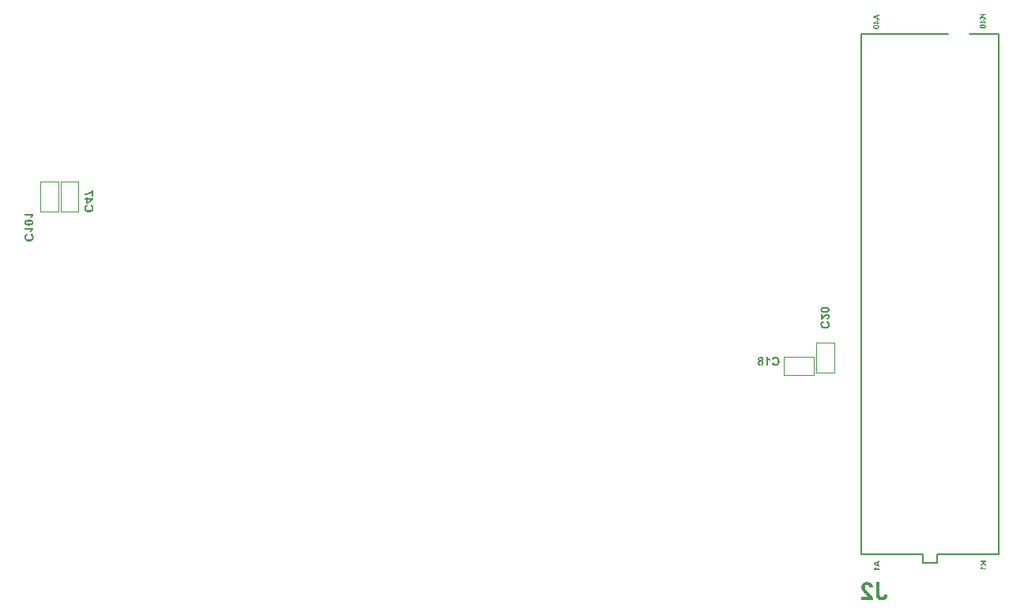
<source format=gbo>
G04 Layer_Color=32896*
%FSLAX43Y43*%
%MOMM*%
G71*
G01*
G75*
%ADD13C,0.200*%
%ADD58C,0.100*%
G36*
X245405Y92425D02*
X245212D01*
X245105Y92322D01*
X245405Y92145D01*
Y91979D01*
X245014Y92232D01*
X244764Y91991D01*
Y92165D01*
X245048Y92425D01*
X244764D01*
Y92555D01*
X245405D01*
Y92425D01*
D02*
G37*
G36*
X245276Y91698D02*
X245405D01*
Y91579D01*
X245276D01*
Y91500D01*
X245169D01*
Y91579D01*
X244762D01*
Y91682D01*
X245170Y91960D01*
X245276D01*
Y91698D01*
D02*
G37*
G36*
X245122Y91440D02*
X245153Y91438D01*
X245181Y91436D01*
X245207Y91432D01*
X245230Y91428D01*
X245251Y91424D01*
X245269Y91418D01*
X245286Y91413D01*
X245301Y91408D01*
X245313Y91402D01*
X245323Y91397D01*
X245331Y91393D01*
X245338Y91389D01*
X245342Y91387D01*
X245345Y91386D01*
X245346Y91385D01*
X245358Y91374D01*
X245369Y91361D01*
X245379Y91349D01*
X245386Y91337D01*
X245393Y91324D01*
X245399Y91311D01*
X245404Y91299D01*
X245408Y91287D01*
X245411Y91276D01*
X245413Y91266D01*
X245415Y91257D01*
X245416Y91249D01*
Y91242D01*
X245417Y91237D01*
Y91234D01*
Y91233D01*
X245416Y91217D01*
X245414Y91200D01*
X245411Y91186D01*
X245406Y91172D01*
X245401Y91159D01*
X245396Y91147D01*
X245390Y91136D01*
X245384Y91126D01*
X245378Y91117D01*
X245372Y91110D01*
X245367Y91104D01*
X245361Y91099D01*
X245357Y91094D01*
X245354Y91091D01*
X245352Y91090D01*
X245351Y91089D01*
X245336Y91078D01*
X245317Y91069D01*
X245298Y91060D01*
X245277Y91052D01*
X245256Y91046D01*
X245234Y91041D01*
X245191Y91033D01*
X245171Y91031D01*
X245151Y91029D01*
X245135Y91028D01*
X245119Y91027D01*
X245108Y91026D01*
X245090D01*
X245057Y91027D01*
X245027Y91029D01*
X244998Y91031D01*
X244972Y91035D01*
X244949Y91040D01*
X244927Y91045D01*
X244909Y91051D01*
X244891Y91057D01*
X244876Y91063D01*
X244864Y91069D01*
X244853Y91073D01*
X244844Y91078D01*
X244838Y91082D01*
X244833Y91085D01*
X244831Y91087D01*
X244830Y91088D01*
X244818Y91099D01*
X244807Y91110D01*
X244798Y91121D01*
X244791Y91133D01*
X244784Y91145D01*
X244779Y91157D01*
X244774Y91169D01*
X244771Y91181D01*
X244768Y91191D01*
X244766Y91201D01*
X244764Y91210D01*
X244763Y91218D01*
X244762Y91225D01*
Y91229D01*
Y91232D01*
Y91233D01*
X244763Y91250D01*
X244765Y91267D01*
X244768Y91281D01*
X244773Y91296D01*
X244778Y91308D01*
X244783Y91320D01*
X244790Y91331D01*
X244795Y91341D01*
X244801Y91349D01*
X244807Y91357D01*
X244813Y91364D01*
X244818Y91369D01*
X244823Y91373D01*
X244826Y91377D01*
X244828Y91378D01*
X244829Y91379D01*
X244844Y91389D01*
X244863Y91399D01*
X244882Y91408D01*
X244903Y91415D01*
X244924Y91421D01*
X244946Y91426D01*
X244989Y91433D01*
X245009Y91436D01*
X245028Y91438D01*
X245044Y91439D01*
X245060Y91440D01*
X245071Y91441D01*
X245089D01*
X245122Y91440D01*
D02*
G37*
G36*
X221306Y55813D02*
X221331Y55811D01*
X221353Y55808D01*
X221373Y55804D01*
X221392Y55798D01*
X221410Y55792D01*
X221426Y55786D01*
X221440Y55779D01*
X221452Y55773D01*
X221464Y55766D01*
X221473Y55760D01*
X221481Y55756D01*
X221487Y55750D01*
X221492Y55747D01*
X221493Y55745D01*
X221495Y55744D01*
X221508Y55731D01*
X221519Y55716D01*
X221530Y55701D01*
X221537Y55687D01*
X221552Y55656D01*
X221560Y55628D01*
X221565Y55603D01*
X221566Y55593D01*
X221568Y55583D01*
X221569Y55576D01*
Y55570D01*
Y55567D01*
Y55565D01*
X221568Y55542D01*
X221565Y55522D01*
X221559Y55501D01*
X221553Y55484D01*
X221547Y55470D01*
X221541Y55459D01*
X221538Y55453D01*
X221537Y55450D01*
X221524Y55431D01*
X221508Y55415D01*
X221490Y55400D01*
X221474Y55390D01*
X221458Y55380D01*
X221446Y55374D01*
X221438Y55369D01*
X221436Y55368D01*
X221435D01*
X221464Y55353D01*
X221489Y55337D01*
X221509Y55321D01*
X221527Y55305D01*
X221540Y55290D01*
X221549Y55277D01*
X221555Y55270D01*
X221556Y55268D01*
Y55267D01*
X221569Y55242D01*
X221578Y55217D01*
X221585Y55192D01*
X221590Y55170D01*
X221593Y55151D01*
X221594Y55137D01*
Y55131D01*
Y55127D01*
Y55125D01*
Y55124D01*
X221593Y55097D01*
X221590Y55074D01*
X221585Y55050D01*
X221578Y55028D01*
X221571Y55009D01*
X221562Y54990D01*
X221552Y54974D01*
X221543Y54960D01*
X221533Y54947D01*
X221524Y54935D01*
X221515Y54925D01*
X221508Y54916D01*
X221500Y54910D01*
X221496Y54906D01*
X221493Y54903D01*
X221492Y54901D01*
X221476Y54889D01*
X221458Y54879D01*
X221421Y54862D01*
X221385Y54850D01*
X221350Y54841D01*
X221335Y54838D01*
X221321Y54837D01*
X221307Y54834D01*
X221296D01*
X221287Y54832D01*
X221274D01*
X221247Y54834D01*
X221224Y54835D01*
X221201Y54840D01*
X221179Y54846D01*
X221160Y54851D01*
X221141Y54859D01*
X221123Y54866D01*
X221108Y54873D01*
X221095Y54881D01*
X221082Y54888D01*
X221072Y54895D01*
X221064Y54901D01*
X221057Y54907D01*
X221053Y54911D01*
X221050Y54913D01*
X221048Y54914D01*
X221034Y54930D01*
X221019Y54948D01*
X221009Y54966D01*
X220999Y54983D01*
X220990Y55002D01*
X220983Y55020D01*
X220972Y55053D01*
X220969Y55069D01*
X220966Y55084D01*
X220965Y55097D01*
X220964Y55109D01*
X220962Y55118D01*
Y55125D01*
Y55129D01*
Y55131D01*
X220964Y55160D01*
X220968Y55188D01*
X220975Y55213D01*
X220983Y55233D01*
X220991Y55251D01*
X220997Y55264D01*
X221003Y55271D01*
X221004Y55274D01*
X221022Y55296D01*
X221041Y55315D01*
X221062Y55331D01*
X221081Y55345D01*
X221098Y55355D01*
X221113Y55362D01*
X221119Y55365D01*
X221123Y55366D01*
X221124Y55368D01*
X221126D01*
X221104Y55380D01*
X221083Y55391D01*
X221067Y55404D01*
X221053Y55418D01*
X221043Y55429D01*
X221034Y55438D01*
X221029Y55444D01*
X221028Y55447D01*
X221016Y55467D01*
X221007Y55488D01*
X221002Y55507D01*
X220997Y55526D01*
X220994Y55542D01*
X220993Y55554D01*
Y55562D01*
Y55565D01*
X220994Y55586D01*
X220996Y55605D01*
X221004Y55639D01*
X221016Y55669D01*
X221031Y55696D01*
X221045Y55716D01*
X221057Y55731D01*
X221062Y55737D01*
X221066Y55741D01*
X221067Y55742D01*
X221069Y55744D01*
X221083Y55756D01*
X221100Y55767D01*
X221135Y55785D01*
X221170Y55797D01*
X221203Y55805D01*
X221220Y55808D01*
X221234Y55811D01*
X221247Y55813D01*
X221259D01*
X221268Y55814D01*
X221281D01*
X221306Y55813D01*
D02*
G37*
G36*
X228054Y59473D02*
X228016Y59463D01*
X227985Y59450D01*
X227958Y59437D01*
X227936Y59423D01*
X227919Y59412D01*
X227906Y59401D01*
X227900Y59396D01*
X227898Y59393D01*
X227881Y59371D01*
X227870Y59349D01*
X227861Y59327D01*
X227855Y59305D01*
X227852Y59287D01*
X227851Y59273D01*
X227849Y59267D01*
Y59262D01*
Y59261D01*
Y59260D01*
X227851Y59241D01*
X227852Y59223D01*
X227861Y59189D01*
X227873Y59160D01*
X227887Y59135D01*
X227902Y59116D01*
X227914Y59102D01*
X227922Y59093D01*
X227924Y59091D01*
X227925Y59090D01*
X227941Y59078D01*
X227959Y59069D01*
X227978Y59061D01*
X227998Y59053D01*
X228042Y59042D01*
X228085Y59034D01*
X228105Y59031D01*
X228124Y59028D01*
X228140Y59027D01*
X228156D01*
X228168Y59025D01*
X228186D01*
X228216Y59027D01*
X228246Y59028D01*
X228274Y59031D01*
X228297Y59036D01*
X228320Y59040D01*
X228341Y59046D01*
X228358Y59052D01*
X228374Y59059D01*
X228389Y59065D01*
X228401Y59071D01*
X228411Y59077D01*
X228420Y59081D01*
X228426Y59085D01*
X228432Y59088D01*
X228433Y59091D01*
X228434D01*
X228448Y59104D01*
X228461Y59118D01*
X228471Y59132D01*
X228480Y59145D01*
X228493Y59175D01*
X228502Y59202D01*
X228508Y59227D01*
X228509Y59238D01*
X228511Y59246D01*
X228512Y59254D01*
Y59260D01*
Y59262D01*
Y59264D01*
X228511Y59292D01*
X228505Y59317D01*
X228499Y59340D01*
X228490Y59359D01*
X228483Y59375D01*
X228475Y59385D01*
X228470Y59393D01*
X228468Y59396D01*
X228451Y59415D01*
X228432Y59429D01*
X228413Y59442D01*
X228393Y59451D01*
X228376Y59458D01*
X228363Y59464D01*
X228354Y59466D01*
X228353Y59467D01*
X228351D01*
X228396Y59659D01*
X228437Y59646D01*
X228472Y59630D01*
X228502Y59612D01*
X228527Y59596D01*
X228547Y59581D01*
X228560Y59570D01*
X228569Y59562D01*
X228572Y59561D01*
Y59559D01*
X228591Y59537D01*
X228607Y59516D01*
X228620Y59492D01*
X228633Y59469D01*
X228644Y59445D01*
X228651Y59420D01*
X228658Y59399D01*
X228664Y59375D01*
X228669Y59355D01*
X228671Y59336D01*
X228674Y59318D01*
X228676Y59303D01*
X228677Y59292D01*
Y59281D01*
Y59276D01*
Y59274D01*
X228676Y59238D01*
X228671Y59202D01*
X228666Y59169D01*
X228657Y59138D01*
X228647Y59109D01*
X228635Y59083D01*
X228623Y59058D01*
X228611Y59036D01*
X228598Y59015D01*
X228587Y58998D01*
X228575Y58983D01*
X228565Y58970D01*
X228556Y58961D01*
X228550Y58954D01*
X228546Y58949D01*
X228544Y58948D01*
X228518Y58926D01*
X228490Y58907D01*
X228461Y58891D01*
X228430Y58876D01*
X228399Y58864D01*
X228367Y58856D01*
X228338Y58847D01*
X228307Y58841D01*
X228279Y58835D01*
X228255Y58831D01*
X228231Y58829D01*
X228211Y58826D01*
X228195D01*
X228181Y58825D01*
X228171D01*
X228130Y58826D01*
X228091Y58831D01*
X228054Y58837D01*
X228020Y58844D01*
X227988Y58854D01*
X227959Y58864D01*
X227931Y58875D01*
X227908Y58886D01*
X227886Y58898D01*
X227867Y58908D01*
X227851Y58920D01*
X227838Y58929D01*
X227827Y58936D01*
X227820Y58942D01*
X227816Y58946D01*
X227814Y58948D01*
X227791Y58971D01*
X227772Y58996D01*
X227754Y59023D01*
X227740Y59049D01*
X227726Y59075D01*
X227716Y59102D01*
X227707Y59126D01*
X227700Y59151D01*
X227694Y59175D01*
X227691Y59195D01*
X227688Y59214D01*
X227685Y59230D01*
Y59243D01*
X227684Y59254D01*
Y59261D01*
Y59262D01*
X227685Y59290D01*
X227687Y59318D01*
X227691Y59343D01*
X227696Y59368D01*
X227701Y59390D01*
X227707Y59410D01*
X227715Y59429D01*
X227722Y59447D01*
X227729Y59463D01*
X227737Y59478D01*
X227742Y59489D01*
X227748Y59499D01*
X227753Y59507D01*
X227757Y59513D01*
X227759Y59516D01*
X227760Y59517D01*
X227775Y59536D01*
X227792Y59552D01*
X227829Y59583D01*
X227868Y59608D01*
X227906Y59627D01*
X227924Y59636D01*
X227941Y59643D01*
X227956Y59649D01*
X227969Y59653D01*
X227981Y59657D01*
X227988Y59660D01*
X227994Y59662D01*
X227996D01*
X228054Y59473D01*
D02*
G37*
G36*
X222029Y55782D02*
X222046Y55753D01*
X222065Y55726D01*
X222084Y55704D01*
X222103Y55685D01*
X222118Y55672D01*
X222122Y55668D01*
X222127Y55663D01*
X222130Y55662D01*
X222131Y55661D01*
X222162Y55637D01*
X222191Y55620D01*
X222217Y55603D01*
X222241Y55592D01*
X222260Y55582D01*
X222274Y55576D01*
X222280Y55574D01*
X222285Y55573D01*
X222286Y55571D01*
X222288D01*
Y55404D01*
X222238Y55424D01*
X222192Y55445D01*
X222153Y55467D01*
X222134Y55479D01*
X222118Y55491D01*
X222102Y55501D01*
X222089Y55511D01*
X222077Y55520D01*
X222067Y55527D01*
X222059Y55535D01*
X222053Y55539D01*
X222051Y55542D01*
X222049Y55543D01*
Y54850D01*
X221865D01*
Y55814D01*
X222015D01*
X222029Y55782D01*
D02*
G37*
G36*
X222887Y55826D02*
X222923Y55821D01*
X222956Y55816D01*
X222987Y55807D01*
X223016Y55797D01*
X223043Y55785D01*
X223067Y55773D01*
X223089Y55761D01*
X223110Y55748D01*
X223127Y55737D01*
X223142Y55725D01*
X223155Y55715D01*
X223164Y55706D01*
X223171Y55700D01*
X223176Y55696D01*
X223177Y55694D01*
X223199Y55668D01*
X223218Y55640D01*
X223234Y55611D01*
X223249Y55580D01*
X223260Y55549D01*
X223269Y55517D01*
X223278Y55488D01*
X223284Y55457D01*
X223290Y55429D01*
X223294Y55404D01*
X223296Y55381D01*
X223299Y55361D01*
Y55345D01*
X223300Y55331D01*
Y55324D01*
Y55321D01*
X223299Y55280D01*
X223294Y55241D01*
X223288Y55204D01*
X223281Y55170D01*
X223271Y55138D01*
X223260Y55109D01*
X223250Y55081D01*
X223239Y55058D01*
X223227Y55036D01*
X223217Y55017D01*
X223205Y55001D01*
X223196Y54988D01*
X223189Y54977D01*
X223183Y54970D01*
X223179Y54966D01*
X223177Y54964D01*
X223154Y54941D01*
X223129Y54922D01*
X223102Y54904D01*
X223076Y54889D01*
X223050Y54876D01*
X223023Y54866D01*
X222999Y54857D01*
X222974Y54850D01*
X222950Y54844D01*
X222930Y54841D01*
X222911Y54838D01*
X222895Y54835D01*
X222882D01*
X222871Y54834D01*
X222863D01*
X222835Y54835D01*
X222807Y54837D01*
X222782Y54841D01*
X222757Y54846D01*
X222735Y54851D01*
X222715Y54857D01*
X222696Y54865D01*
X222678Y54872D01*
X222662Y54879D01*
X222647Y54887D01*
X222636Y54892D01*
X222626Y54898D01*
X222618Y54903D01*
X222612Y54907D01*
X222609Y54909D01*
X222608Y54910D01*
X222589Y54925D01*
X222573Y54942D01*
X222542Y54979D01*
X222517Y55018D01*
X222498Y55056D01*
X222489Y55074D01*
X222482Y55091D01*
X222476Y55106D01*
X222472Y55119D01*
X222468Y55131D01*
X222465Y55138D01*
X222463Y55144D01*
Y55146D01*
X222652Y55204D01*
X222662Y55166D01*
X222675Y55135D01*
X222688Y55107D01*
X222702Y55086D01*
X222713Y55069D01*
X222724Y55056D01*
X222729Y55050D01*
X222732Y55048D01*
X222754Y55031D01*
X222776Y55020D01*
X222798Y55011D01*
X222820Y55005D01*
X222838Y55002D01*
X222852Y55001D01*
X222858Y54999D01*
X222865D01*
X222885Y55001D01*
X222902Y55002D01*
X222936Y55011D01*
X222965Y55023D01*
X222990Y55037D01*
X223009Y55052D01*
X223023Y55064D01*
X223032Y55072D01*
X223034Y55074D01*
X223035Y55075D01*
X223047Y55091D01*
X223056Y55109D01*
X223064Y55128D01*
X223072Y55148D01*
X223083Y55192D01*
X223091Y55235D01*
X223094Y55255D01*
X223097Y55274D01*
X223098Y55290D01*
Y55306D01*
X223100Y55318D01*
Y55328D01*
Y55334D01*
Y55336D01*
X223098Y55366D01*
X223097Y55396D01*
X223094Y55424D01*
X223089Y55447D01*
X223085Y55470D01*
X223079Y55491D01*
X223073Y55508D01*
X223066Y55524D01*
X223060Y55539D01*
X223054Y55551D01*
X223048Y55561D01*
X223044Y55570D01*
X223040Y55576D01*
X223037Y55582D01*
X223034Y55583D01*
Y55584D01*
X223021Y55598D01*
X223007Y55611D01*
X222993Y55621D01*
X222980Y55630D01*
X222950Y55643D01*
X222923Y55652D01*
X222898Y55658D01*
X222887Y55659D01*
X222879Y55661D01*
X222871Y55662D01*
X222861D01*
X222833Y55661D01*
X222808Y55655D01*
X222785Y55649D01*
X222766Y55640D01*
X222750Y55633D01*
X222740Y55625D01*
X222732Y55620D01*
X222729Y55618D01*
X222710Y55601D01*
X222696Y55582D01*
X222683Y55562D01*
X222674Y55543D01*
X222667Y55526D01*
X222661Y55513D01*
X222659Y55504D01*
X222658Y55503D01*
Y55501D01*
X222466Y55546D01*
X222479Y55587D01*
X222495Y55622D01*
X222513Y55652D01*
X222529Y55677D01*
X222544Y55697D01*
X222555Y55710D01*
X222563Y55719D01*
X222564Y55722D01*
X222566D01*
X222587Y55741D01*
X222609Y55757D01*
X222633Y55770D01*
X222656Y55783D01*
X222680Y55794D01*
X222705Y55801D01*
X222726Y55808D01*
X222750Y55814D01*
X222770Y55819D01*
X222789Y55821D01*
X222807Y55824D01*
X222822Y55826D01*
X222833Y55827D01*
X222851D01*
X222887Y55826D01*
D02*
G37*
G36*
X233643Y33205D02*
X233628Y33175D01*
X233613Y33148D01*
X233606Y33136D01*
X233598Y33125D01*
X233591Y33114D01*
X233584Y33105D01*
X233578Y33098D01*
X233573Y33091D01*
X233569Y33086D01*
X233566Y33082D01*
X233564Y33080D01*
X233563Y33079D01*
X234025D01*
Y32956D01*
X233382D01*
Y33057D01*
X233404Y33065D01*
X233423Y33077D01*
X233441Y33090D01*
X233455Y33103D01*
X233468Y33115D01*
X233477Y33125D01*
X233480Y33128D01*
X233483Y33131D01*
X233484Y33133D01*
X233485Y33134D01*
X233500Y33154D01*
X233512Y33174D01*
X233523Y33191D01*
X233530Y33207D01*
X233537Y33220D01*
X233541Y33229D01*
X233542Y33233D01*
X233543Y33236D01*
X233544Y33237D01*
Y33238D01*
X233655D01*
X233643Y33205D01*
D02*
G37*
G36*
X245455Y33825D02*
X245262D01*
X245155Y33722D01*
X245455Y33545D01*
Y33379D01*
X245064Y33632D01*
X244814Y33391D01*
Y33565D01*
X245098Y33825D01*
X244814D01*
Y33955D01*
X245455D01*
Y33825D01*
D02*
G37*
G36*
X245073Y33272D02*
X245058Y33242D01*
X245043Y33216D01*
X245036Y33203D01*
X245028Y33192D01*
X245021Y33182D01*
X245014Y33173D01*
X245008Y33165D01*
X245003Y33158D01*
X244999Y33153D01*
X244996Y33149D01*
X244994Y33147D01*
X244993Y33146D01*
X245455D01*
Y33024D01*
X244812D01*
Y33124D01*
X244834Y33133D01*
X244853Y33144D01*
X244871Y33157D01*
X244885Y33170D01*
X244898Y33183D01*
X244907Y33192D01*
X244910Y33195D01*
X244913Y33198D01*
X244914Y33200D01*
X244915Y33201D01*
X244930Y33222D01*
X244942Y33241D01*
X244953Y33259D01*
X244960Y33274D01*
X244967Y33287D01*
X244971Y33297D01*
X244972Y33301D01*
X244973Y33303D01*
X244974Y33304D01*
Y33305D01*
X245085D01*
X245073Y33272D01*
D02*
G37*
G36*
X234025Y33818D02*
X233880Y33766D01*
Y33507D01*
X234025Y33453D01*
Y33312D01*
X233384Y33570D01*
Y33706D01*
X234025Y33955D01*
Y33818D01*
D02*
G37*
G36*
X233975Y92418D02*
X233830Y92366D01*
Y92107D01*
X233975Y92053D01*
Y91912D01*
X233334Y92170D01*
Y92306D01*
X233975Y92555D01*
Y92418D01*
D02*
G37*
G36*
X233846Y91630D02*
X233975D01*
Y91511D01*
X233846D01*
Y91432D01*
X233739D01*
Y91511D01*
X233332D01*
Y91615D01*
X233740Y91893D01*
X233846D01*
Y91630D01*
D02*
G37*
G36*
X233692Y91373D02*
X233723Y91371D01*
X233751Y91369D01*
X233777Y91365D01*
X233800Y91361D01*
X233821Y91356D01*
X233839Y91350D01*
X233856Y91346D01*
X233871Y91341D01*
X233883Y91335D01*
X233893Y91330D01*
X233901Y91326D01*
X233908Y91322D01*
X233912Y91319D01*
X233915Y91318D01*
X233915Y91317D01*
X233928Y91307D01*
X233939Y91294D01*
X233949Y91282D01*
X233956Y91269D01*
X233963Y91257D01*
X233969Y91244D01*
X233974Y91231D01*
X233978Y91220D01*
X233981Y91209D01*
X233983Y91198D01*
X233985Y91189D01*
X233986Y91182D01*
Y91175D01*
X233987Y91170D01*
Y91167D01*
Y91166D01*
X233986Y91150D01*
X233984Y91133D01*
X233981Y91118D01*
X233976Y91105D01*
X233971Y91092D01*
X233966Y91079D01*
X233960Y91069D01*
X233954Y91059D01*
X233948Y91050D01*
X233942Y91043D01*
X233937Y91036D01*
X233931Y91031D01*
X233927Y91027D01*
X233924Y91024D01*
X233922Y91023D01*
X233921Y91022D01*
X233906Y91011D01*
X233887Y91001D01*
X233868Y90992D01*
X233847Y90985D01*
X233826Y90979D01*
X233804Y90974D01*
X233761Y90966D01*
X233741Y90963D01*
X233721Y90961D01*
X233705Y90960D01*
X233689Y90959D01*
X233678Y90958D01*
X233660D01*
X233627Y90959D01*
X233597Y90961D01*
X233568Y90964D01*
X233542Y90968D01*
X233519Y90973D01*
X233497Y90978D01*
X233479Y90984D01*
X233461Y90990D01*
X233446Y90995D01*
X233434Y91001D01*
X233423Y91006D01*
X233414Y91011D01*
X233408Y91015D01*
X233403Y91018D01*
X233401Y91020D01*
X233400Y91021D01*
X233388Y91031D01*
X233377Y91042D01*
X233368Y91054D01*
X233361Y91066D01*
X233354Y91077D01*
X233349Y91090D01*
X233344Y91102D01*
X233341Y91113D01*
X233338Y91124D01*
X233336Y91134D01*
X233334Y91143D01*
X233333Y91150D01*
X233332Y91157D01*
Y91162D01*
Y91165D01*
Y91166D01*
X233333Y91183D01*
X233335Y91199D01*
X233338Y91214D01*
X233343Y91229D01*
X233348Y91241D01*
X233353Y91253D01*
X233360Y91264D01*
X233365Y91273D01*
X233371Y91282D01*
X233377Y91290D01*
X233383Y91297D01*
X233388Y91302D01*
X233393Y91306D01*
X233396Y91309D01*
X233398Y91310D01*
X233399Y91311D01*
X233414Y91322D01*
X233433Y91332D01*
X233452Y91341D01*
X233473Y91348D01*
X233494Y91353D01*
X233516Y91358D01*
X233559Y91366D01*
X233579Y91369D01*
X233598Y91371D01*
X233614Y91372D01*
X233630Y91373D01*
X233641Y91374D01*
X233659D01*
X233692Y91373D01*
D02*
G37*
G36*
X143364Y69469D02*
X143332Y69456D01*
X143303Y69438D01*
X143276Y69419D01*
X143254Y69400D01*
X143235Y69381D01*
X143222Y69366D01*
X143218Y69362D01*
X143213Y69357D01*
X143212Y69355D01*
X143211Y69353D01*
X143187Y69322D01*
X143170Y69293D01*
X143153Y69267D01*
X143142Y69243D01*
X143132Y69224D01*
X143126Y69210D01*
X143124Y69204D01*
X143123Y69199D01*
X143121Y69198D01*
Y69197D01*
X142954D01*
X142974Y69246D01*
X142995Y69292D01*
X143017Y69331D01*
X143029Y69350D01*
X143041Y69366D01*
X143051Y69382D01*
X143061Y69396D01*
X143070Y69407D01*
X143077Y69417D01*
X143085Y69425D01*
X143089Y69431D01*
X143092Y69434D01*
X143093Y69435D01*
X142400D01*
Y69619D01*
X143364D01*
Y69469D01*
D02*
G37*
G36*
X142754Y68832D02*
X142716Y68822D01*
X142685Y68809D01*
X142658Y68796D01*
X142636Y68783D01*
X142619Y68771D01*
X142606Y68761D01*
X142600Y68755D01*
X142598Y68752D01*
X142581Y68730D01*
X142570Y68708D01*
X142561Y68686D01*
X142555Y68664D01*
X142552Y68646D01*
X142551Y68632D01*
X142549Y68626D01*
Y68622D01*
Y68620D01*
Y68619D01*
X142551Y68600D01*
X142552Y68582D01*
X142561Y68548D01*
X142573Y68519D01*
X142587Y68494D01*
X142602Y68475D01*
X142614Y68461D01*
X142622Y68452D01*
X142624Y68450D01*
X142625Y68449D01*
X142641Y68437D01*
X142659Y68428D01*
X142678Y68420D01*
X142698Y68412D01*
X142742Y68401D01*
X142785Y68393D01*
X142805Y68390D01*
X142824Y68387D01*
X142840Y68386D01*
X142856D01*
X142868Y68385D01*
X142886D01*
X142916Y68386D01*
X142946Y68387D01*
X142974Y68390D01*
X142997Y68395D01*
X143020Y68399D01*
X143041Y68405D01*
X143058Y68411D01*
X143074Y68418D01*
X143089Y68424D01*
X143101Y68430D01*
X143111Y68436D01*
X143120Y68440D01*
X143126Y68445D01*
X143132Y68447D01*
X143133Y68450D01*
X143134D01*
X143148Y68464D01*
X143161Y68477D01*
X143171Y68491D01*
X143180Y68505D01*
X143193Y68534D01*
X143202Y68562D01*
X143208Y68586D01*
X143209Y68597D01*
X143211Y68605D01*
X143212Y68613D01*
Y68619D01*
Y68622D01*
Y68623D01*
X143211Y68651D01*
X143205Y68676D01*
X143199Y68699D01*
X143190Y68718D01*
X143183Y68734D01*
X143175Y68744D01*
X143170Y68752D01*
X143168Y68755D01*
X143151Y68774D01*
X143132Y68788D01*
X143113Y68802D01*
X143093Y68810D01*
X143076Y68818D01*
X143063Y68823D01*
X143054Y68825D01*
X143053Y68826D01*
X143051D01*
X143096Y69018D01*
X143137Y69005D01*
X143172Y68989D01*
X143202Y68971D01*
X143227Y68955D01*
X143247Y68941D01*
X143260Y68929D01*
X143269Y68922D01*
X143272Y68920D01*
Y68919D01*
X143291Y68897D01*
X143307Y68875D01*
X143320Y68851D01*
X143333Y68828D01*
X143344Y68804D01*
X143351Y68780D01*
X143358Y68758D01*
X143364Y68734D01*
X143369Y68714D01*
X143371Y68695D01*
X143374Y68677D01*
X143376Y68663D01*
X143377Y68651D01*
Y68641D01*
Y68635D01*
Y68633D01*
X143376Y68597D01*
X143371Y68562D01*
X143366Y68528D01*
X143357Y68497D01*
X143347Y68468D01*
X143335Y68442D01*
X143323Y68417D01*
X143311Y68395D01*
X143298Y68374D01*
X143287Y68357D01*
X143275Y68342D01*
X143265Y68329D01*
X143256Y68320D01*
X143250Y68313D01*
X143246Y68309D01*
X143244Y68307D01*
X143218Y68285D01*
X143190Y68266D01*
X143161Y68250D01*
X143130Y68235D01*
X143099Y68224D01*
X143067Y68215D01*
X143038Y68206D01*
X143007Y68200D01*
X142979Y68194D01*
X142954Y68190D01*
X142931Y68189D01*
X142911Y68186D01*
X142895D01*
X142881Y68184D01*
X142871D01*
X142830Y68186D01*
X142791Y68190D01*
X142754Y68196D01*
X142720Y68203D01*
X142688Y68213D01*
X142659Y68224D01*
X142631Y68234D01*
X142608Y68246D01*
X142586Y68257D01*
X142567Y68268D01*
X142551Y68279D01*
X142538Y68288D01*
X142527Y68295D01*
X142520Y68301D01*
X142516Y68306D01*
X142514Y68307D01*
X142491Y68330D01*
X142472Y68355D01*
X142454Y68382D01*
X142439Y68408D01*
X142426Y68434D01*
X142416Y68461D01*
X142407Y68486D01*
X142400Y68510D01*
X142394Y68534D01*
X142391Y68554D01*
X142388Y68573D01*
X142385Y68589D01*
Y68603D01*
X142384Y68613D01*
Y68620D01*
Y68622D01*
X142385Y68649D01*
X142387Y68677D01*
X142391Y68702D01*
X142396Y68727D01*
X142401Y68749D01*
X142407Y68769D01*
X142415Y68788D01*
X142422Y68806D01*
X142429Y68822D01*
X142437Y68837D01*
X142442Y68848D01*
X142448Y68859D01*
X142453Y68866D01*
X142457Y68872D01*
X142459Y68875D01*
X142460Y68876D01*
X142475Y68895D01*
X142492Y68911D01*
X142529Y68942D01*
X142568Y68967D01*
X142606Y68986D01*
X142624Y68995D01*
X142641Y69002D01*
X142656Y69008D01*
X142669Y69012D01*
X142681Y69017D01*
X142688Y69020D01*
X142694Y69021D01*
X142696D01*
X142754Y68832D01*
D02*
G37*
G36*
X149772Y73018D02*
X149600D01*
Y73435D01*
X149538Y73390D01*
X149473Y73349D01*
X149410Y73314D01*
X149381Y73297D01*
X149353Y73284D01*
X149327Y73271D01*
X149303Y73259D01*
X149281Y73251D01*
X149264Y73243D01*
X149249Y73237D01*
X149238Y73232D01*
X149232Y73230D01*
X149229Y73229D01*
X149191Y73215D01*
X149153Y73202D01*
X149115Y73192D01*
X149078Y73183D01*
X149044Y73176D01*
X149011Y73169D01*
X148979Y73163D01*
X148949Y73158D01*
X148923Y73156D01*
X148898Y73153D01*
X148878Y73150D01*
X148859Y73148D01*
X148844D01*
X148834Y73147D01*
X148825D01*
Y73324D01*
X148873Y73325D01*
X148923Y73330D01*
X148971Y73335D01*
X148993Y73340D01*
X149015Y73344D01*
X149036Y73347D01*
X149055Y73352D01*
X149071Y73354D01*
X149085Y73359D01*
X149096Y73360D01*
X149104Y73363D01*
X149110Y73365D01*
X149112D01*
X149172Y73382D01*
X149229Y73401D01*
X149255Y73412D01*
X149280Y73422D01*
X149303Y73432D01*
X149325Y73442D01*
X149346Y73451D01*
X149363Y73460D01*
X149379Y73467D01*
X149393Y73474D01*
X149403Y73480D01*
X149412Y73485D01*
X149416Y73486D01*
X149418Y73488D01*
X149444Y73502D01*
X149469Y73518D01*
X149491Y73533D01*
X149513Y73546D01*
X149532Y73561D01*
X149551Y73574D01*
X149567Y73586D01*
X149581Y73597D01*
X149595Y73608D01*
X149606Y73618D01*
X149617Y73627D01*
X149624Y73634D01*
X149630Y73640D01*
X149636Y73644D01*
X149637Y73646D01*
X149638Y73647D01*
X149772D01*
Y73018D01*
D02*
G37*
G36*
X142922Y70515D02*
X142968Y70512D01*
X143010Y70507D01*
X143050Y70502D01*
X143085Y70494D01*
X143117Y70487D01*
X143145Y70478D01*
X143171Y70469D01*
X143193Y70461D01*
X143212Y70452D01*
X143228Y70445D01*
X143241Y70437D01*
X143250Y70431D01*
X143257Y70427D01*
X143262Y70424D01*
X143263Y70423D01*
X143281Y70407D01*
X143297Y70390D01*
X143310Y70373D01*
X143322Y70355D01*
X143332Y70338D01*
X143339Y70319D01*
X143347Y70301D01*
X143351Y70284D01*
X143355Y70268D01*
X143358Y70253D01*
X143361Y70240D01*
X143363Y70228D01*
X143364Y70218D01*
Y70210D01*
Y70206D01*
Y70205D01*
X143363Y70180D01*
X143360Y70155D01*
X143355Y70133D01*
X143348Y70111D01*
X143341Y70092D01*
X143333Y70074D01*
X143323Y70058D01*
X143314Y70044D01*
X143306Y70031D01*
X143297Y70019D01*
X143288Y70009D01*
X143281Y70001D01*
X143273Y69995D01*
X143269Y69990D01*
X143266Y69988D01*
X143265Y69987D01*
X143241Y69971D01*
X143213Y69956D01*
X143184Y69943D01*
X143153Y69932D01*
X143121Y69924D01*
X143089Y69916D01*
X143025Y69905D01*
X142994Y69900D01*
X142966Y69897D01*
X142941Y69896D01*
X142918Y69894D01*
X142900Y69893D01*
X142874D01*
X142824Y69894D01*
X142777Y69897D01*
X142736Y69900D01*
X142697Y69906D01*
X142662Y69912D01*
X142631Y69919D01*
X142603Y69928D01*
X142578Y69935D01*
X142557Y69943D01*
X142538Y69951D01*
X142523Y69959D01*
X142511Y69965D01*
X142501Y69971D01*
X142495Y69975D01*
X142491Y69976D01*
X142489Y69978D01*
X142470Y69994D01*
X142454Y70013D01*
X142439Y70031D01*
X142428Y70050D01*
X142418Y70069D01*
X142409Y70088D01*
X142401Y70107D01*
X142396Y70124D01*
X142391Y70140D01*
X142388Y70156D01*
X142385Y70169D01*
X142384Y70181D01*
Y70191D01*
X142382Y70199D01*
Y70203D01*
Y70205D01*
X142384Y70229D01*
X142387Y70254D01*
X142391Y70276D01*
X142399Y70297D01*
X142406Y70316D01*
X142413Y70335D01*
X142422Y70351D01*
X142432Y70366D01*
X142441Y70379D01*
X142450Y70389D01*
X142457Y70399D01*
X142466Y70407D01*
X142472Y70414D01*
X142476Y70418D01*
X142479Y70420D01*
X142480Y70421D01*
X142504Y70437D01*
X142532Y70452D01*
X142561Y70465D01*
X142592Y70477D01*
X142624Y70485D01*
X142656Y70493D01*
X142720Y70505D01*
X142751Y70509D01*
X142780Y70512D01*
X142805Y70513D01*
X142829Y70515D01*
X142846Y70516D01*
X142873D01*
X142922Y70515D01*
D02*
G37*
G36*
X232775Y31649D02*
X232857Y31634D01*
X232930Y31611D01*
X232963Y31599D01*
X232992Y31588D01*
X233021Y31576D01*
X233045Y31564D01*
X233065Y31552D01*
X233080Y31541D01*
X233094Y31532D01*
X233103Y31526D01*
X233109Y31523D01*
X233112Y31520D01*
X233141Y31494D01*
X233171Y31465D01*
X233194Y31432D01*
X233217Y31397D01*
X233253Y31324D01*
X233279Y31254D01*
X233291Y31219D01*
X233296Y31186D01*
X233305Y31160D01*
X233308Y31134D01*
X233314Y31113D01*
Y31099D01*
X233317Y31087D01*
Y31084D01*
X232951Y31049D01*
X232945Y31104D01*
X232936Y31154D01*
X232922Y31192D01*
X232910Y31224D01*
X232895Y31251D01*
X232886Y31265D01*
X232878Y31277D01*
X232875Y31280D01*
X232845Y31304D01*
X232816Y31321D01*
X232784Y31333D01*
X232755Y31342D01*
X232731Y31347D01*
X232708Y31350D01*
X232690D01*
X232649Y31347D01*
X232611Y31339D01*
X232579Y31330D01*
X232553Y31318D01*
X232532Y31304D01*
X232517Y31295D01*
X232509Y31286D01*
X232506Y31283D01*
X232482Y31257D01*
X232468Y31224D01*
X232456Y31192D01*
X232447Y31163D01*
X232441Y31137D01*
X232438Y31113D01*
Y31099D01*
Y31093D01*
X232441Y31052D01*
X232450Y31011D01*
X232462Y30973D01*
X232476Y30937D01*
X232491Y30908D01*
X232503Y30888D01*
X232512Y30873D01*
X232515Y30867D01*
X232526Y30850D01*
X232544Y30829D01*
X232564Y30809D01*
X232588Y30785D01*
X232638Y30732D01*
X232690Y30680D01*
X232740Y30633D01*
X232763Y30609D01*
X232781Y30592D01*
X232799Y30577D01*
X232810Y30563D01*
X232819Y30557D01*
X232822Y30554D01*
X232878Y30501D01*
X232930Y30451D01*
X232974Y30404D01*
X233018Y30361D01*
X233056Y30320D01*
X233089Y30281D01*
X233121Y30246D01*
X233147Y30214D01*
X233168Y30188D01*
X233188Y30161D01*
X233203Y30141D01*
X233217Y30123D01*
X233226Y30109D01*
X233232Y30100D01*
X233238Y30094D01*
Y30091D01*
X233273Y30027D01*
X233299Y29962D01*
X233323Y29901D01*
X233337Y29842D01*
X233349Y29795D01*
X233352Y29775D01*
X233355Y29757D01*
X233358Y29746D01*
X233361Y29734D01*
Y29728D01*
Y29725D01*
X232069D01*
Y30068D01*
X232804D01*
X232781Y30106D01*
X232755Y30135D01*
X232746Y30150D01*
X232737Y30158D01*
X232731Y30164D01*
X232728Y30167D01*
X232717Y30179D01*
X232705Y30191D01*
X232673Y30223D01*
X232638Y30258D01*
X232599Y30293D01*
X232564Y30328D01*
X232535Y30355D01*
X232526Y30366D01*
X232517Y30375D01*
X232512Y30378D01*
X232509Y30381D01*
X232447Y30437D01*
X232397Y30486D01*
X232353Y30530D01*
X232321Y30566D01*
X232295Y30592D01*
X232277Y30612D01*
X232269Y30624D01*
X232266Y30627D01*
X232230Y30674D01*
X232198Y30718D01*
X232172Y30759D01*
X232151Y30797D01*
X232137Y30826D01*
X232125Y30850D01*
X232119Y30864D01*
X232116Y30870D01*
X232102Y30914D01*
X232090Y30961D01*
X232081Y31002D01*
X232075Y31040D01*
X232072Y31072D01*
X232069Y31099D01*
Y31113D01*
Y31119D01*
X232072Y31160D01*
X232075Y31201D01*
X232096Y31274D01*
X232122Y31339D01*
X232151Y31394D01*
X232181Y31438D01*
X232195Y31459D01*
X232207Y31473D01*
X232219Y31485D01*
X232228Y31494D01*
X232230Y31497D01*
X232233Y31500D01*
X232266Y31526D01*
X232298Y31552D01*
X232336Y31573D01*
X232371Y31591D01*
X232447Y31617D01*
X232517Y31634D01*
X232553Y31643D01*
X232582Y31646D01*
X232611Y31649D01*
X232635Y31652D01*
X232655Y31655D01*
X232728D01*
X232775Y31649D01*
D02*
G37*
G36*
X234034Y30402D02*
Y30361D01*
X234037Y30322D01*
X234040Y30287D01*
X234043Y30255D01*
X234046Y30226D01*
X234052Y30202D01*
X234058Y30179D01*
X234061Y30161D01*
X234073Y30129D01*
X234081Y30109D01*
X234087Y30097D01*
X234090Y30094D01*
X234114Y30071D01*
X234140Y30053D01*
X234169Y30038D01*
X234201Y30030D01*
X234228Y30024D01*
X234251Y30021D01*
X234272D01*
X234316Y30027D01*
X234354Y30038D01*
X234386Y30053D01*
X234412Y30074D01*
X234433Y30091D01*
X234447Y30109D01*
X234456Y30120D01*
X234459Y30123D01*
X234474Y30153D01*
X234483Y30188D01*
X234491Y30226D01*
X234497Y30267D01*
X234503Y30302D01*
Y30331D01*
X234506Y30343D01*
Y30352D01*
Y30355D01*
Y30358D01*
X234875Y30317D01*
X234872Y30261D01*
X234869Y30208D01*
X234860Y30158D01*
X234852Y30112D01*
X234840Y30071D01*
X234828Y30033D01*
X234814Y29997D01*
X234799Y29965D01*
X234784Y29939D01*
X234770Y29915D01*
X234758Y29895D01*
X234746Y29877D01*
X234737Y29866D01*
X234729Y29857D01*
X234726Y29851D01*
X234723Y29848D01*
X234693Y29822D01*
X234658Y29795D01*
X234623Y29775D01*
X234588Y29757D01*
X234515Y29728D01*
X234444Y29710D01*
X234412Y29705D01*
X234380Y29699D01*
X234354Y29696D01*
X234330Y29693D01*
X234310Y29690D01*
X234283D01*
X234196Y29693D01*
X234119Y29705D01*
X234052Y29722D01*
X233996Y29740D01*
X233973Y29748D01*
X233952Y29757D01*
X233935Y29766D01*
X233920Y29775D01*
X233909Y29781D01*
X233900Y29787D01*
X233897Y29789D01*
X233894D01*
X233841Y29830D01*
X233800Y29874D01*
X233762Y29921D01*
X233736Y29962D01*
X233715Y30000D01*
X233701Y30033D01*
X233695Y30044D01*
X233692Y30053D01*
X233689Y30056D01*
Y30059D01*
X233674Y30112D01*
X233663Y30170D01*
X233657Y30232D01*
X233651Y30293D01*
X233648Y30346D01*
X233645Y30369D01*
Y30390D01*
Y30404D01*
Y30416D01*
Y30425D01*
Y30428D01*
Y31649D01*
X234034D01*
Y30402D01*
D02*
G37*
G36*
X143364Y70961D02*
X143332Y70948D01*
X143303Y70930D01*
X143276Y70911D01*
X143254Y70892D01*
X143235Y70873D01*
X143222Y70859D01*
X143218Y70854D01*
X143213Y70850D01*
X143212Y70847D01*
X143211Y70845D01*
X143187Y70815D01*
X143170Y70785D01*
X143153Y70759D01*
X143142Y70736D01*
X143132Y70717D01*
X143126Y70702D01*
X143124Y70696D01*
X143123Y70692D01*
X143121Y70690D01*
Y70689D01*
X142954D01*
X142974Y70739D01*
X142995Y70784D01*
X143017Y70823D01*
X143029Y70842D01*
X143041Y70859D01*
X143051Y70875D01*
X143061Y70888D01*
X143070Y70900D01*
X143077Y70910D01*
X143085Y70917D01*
X143089Y70923D01*
X143092Y70926D01*
X143093Y70927D01*
X142400D01*
Y71112D01*
X143364D01*
Y70961D01*
D02*
G37*
G36*
X149179Y72812D02*
X149789D01*
Y72657D01*
X149178Y72240D01*
X149018D01*
Y72633D01*
X148825D01*
Y72812D01*
X149018D01*
Y72930D01*
X149179D01*
Y72812D01*
D02*
G37*
G36*
Y71957D02*
X149141Y71947D01*
X149110Y71934D01*
X149083Y71921D01*
X149061Y71908D01*
X149044Y71896D01*
X149031Y71886D01*
X149025Y71880D01*
X149023Y71877D01*
X149006Y71855D01*
X148995Y71833D01*
X148986Y71811D01*
X148980Y71789D01*
X148977Y71771D01*
X148976Y71757D01*
X148974Y71751D01*
Y71747D01*
Y71745D01*
Y71744D01*
X148976Y71725D01*
X148977Y71707D01*
X148986Y71673D01*
X148998Y71644D01*
X149012Y71619D01*
X149027Y71600D01*
X149039Y71586D01*
X149047Y71577D01*
X149049Y71575D01*
X149050Y71574D01*
X149066Y71562D01*
X149084Y71553D01*
X149103Y71545D01*
X149123Y71537D01*
X149167Y71526D01*
X149210Y71518D01*
X149230Y71515D01*
X149249Y71512D01*
X149265Y71511D01*
X149281D01*
X149293Y71510D01*
X149311D01*
X149341Y71511D01*
X149371Y71512D01*
X149399Y71515D01*
X149422Y71520D01*
X149445Y71524D01*
X149466Y71530D01*
X149483Y71536D01*
X149499Y71543D01*
X149514Y71549D01*
X149526Y71555D01*
X149536Y71561D01*
X149545Y71565D01*
X149551Y71570D01*
X149557Y71572D01*
X149558Y71575D01*
X149559D01*
X149573Y71589D01*
X149586Y71602D01*
X149596Y71616D01*
X149605Y71630D01*
X149618Y71659D01*
X149627Y71687D01*
X149633Y71711D01*
X149634Y71722D01*
X149636Y71730D01*
X149637Y71738D01*
Y71744D01*
Y71747D01*
Y71748D01*
X149636Y71776D01*
X149630Y71801D01*
X149624Y71824D01*
X149615Y71843D01*
X149608Y71859D01*
X149600Y71869D01*
X149595Y71877D01*
X149593Y71880D01*
X149576Y71899D01*
X149557Y71913D01*
X149538Y71927D01*
X149518Y71935D01*
X149501Y71943D01*
X149488Y71948D01*
X149479Y71950D01*
X149478Y71951D01*
X149476D01*
X149521Y72143D01*
X149562Y72130D01*
X149597Y72114D01*
X149627Y72096D01*
X149652Y72080D01*
X149672Y72066D01*
X149685Y72054D01*
X149694Y72047D01*
X149697Y72045D01*
Y72044D01*
X149716Y72022D01*
X149732Y72000D01*
X149745Y71976D01*
X149758Y71953D01*
X149769Y71929D01*
X149776Y71905D01*
X149783Y71883D01*
X149789Y71859D01*
X149794Y71839D01*
X149796Y71820D01*
X149799Y71802D01*
X149801Y71788D01*
X149802Y71776D01*
Y71766D01*
Y71760D01*
Y71758D01*
X149801Y71722D01*
X149796Y71687D01*
X149791Y71653D01*
X149782Y71622D01*
X149772Y71593D01*
X149760Y71567D01*
X149748Y71542D01*
X149736Y71520D01*
X149723Y71499D01*
X149712Y71482D01*
X149700Y71467D01*
X149690Y71454D01*
X149681Y71445D01*
X149675Y71438D01*
X149671Y71434D01*
X149669Y71432D01*
X149643Y71410D01*
X149615Y71391D01*
X149586Y71375D01*
X149555Y71360D01*
X149524Y71349D01*
X149492Y71340D01*
X149463Y71331D01*
X149432Y71325D01*
X149404Y71319D01*
X149379Y71315D01*
X149356Y71314D01*
X149336Y71311D01*
X149320D01*
X149306Y71309D01*
X149296D01*
X149255Y71311D01*
X149216Y71315D01*
X149179Y71321D01*
X149145Y71328D01*
X149113Y71338D01*
X149084Y71349D01*
X149056Y71359D01*
X149033Y71371D01*
X149011Y71382D01*
X148992Y71393D01*
X148976Y71404D01*
X148963Y71413D01*
X148952Y71420D01*
X148945Y71426D01*
X148941Y71431D01*
X148939Y71432D01*
X148916Y71455D01*
X148897Y71480D01*
X148879Y71507D01*
X148865Y71533D01*
X148851Y71559D01*
X148841Y71586D01*
X148832Y71611D01*
X148825Y71635D01*
X148819Y71659D01*
X148816Y71679D01*
X148813Y71698D01*
X148810Y71714D01*
Y71728D01*
X148809Y71738D01*
Y71745D01*
Y71747D01*
X148810Y71774D01*
X148812Y71802D01*
X148816Y71827D01*
X148821Y71852D01*
X148826Y71874D01*
X148832Y71894D01*
X148840Y71913D01*
X148847Y71931D01*
X148854Y71947D01*
X148862Y71962D01*
X148867Y71973D01*
X148873Y71984D01*
X148878Y71991D01*
X148882Y71997D01*
X148884Y72000D01*
X148885Y72001D01*
X148900Y72020D01*
X148917Y72036D01*
X148954Y72067D01*
X148993Y72092D01*
X149031Y72111D01*
X149049Y72120D01*
X149066Y72127D01*
X149081Y72133D01*
X149094Y72137D01*
X149106Y72142D01*
X149113Y72145D01*
X149119Y72146D01*
X149121D01*
X149179Y71957D01*
D02*
G37*
G36*
X228222Y61156D02*
X228268Y61153D01*
X228310Y61148D01*
X228350Y61142D01*
X228385Y61135D01*
X228417Y61128D01*
X228445Y61119D01*
X228471Y61110D01*
X228493Y61101D01*
X228512Y61093D01*
X228528Y61085D01*
X228541Y61078D01*
X228550Y61072D01*
X228557Y61068D01*
X228562Y61065D01*
X228563Y61063D01*
X228581Y61047D01*
X228597Y61031D01*
X228610Y61014D01*
X228622Y60996D01*
X228632Y60979D01*
X228639Y60960D01*
X228647Y60942D01*
X228651Y60924D01*
X228655Y60908D01*
X228658Y60894D01*
X228661Y60881D01*
X228663Y60869D01*
X228664Y60859D01*
Y60851D01*
Y60847D01*
Y60845D01*
X228663Y60821D01*
X228660Y60796D01*
X228655Y60774D01*
X228648Y60752D01*
X228641Y60733D01*
X228633Y60715D01*
X228623Y60699D01*
X228614Y60685D01*
X228606Y60671D01*
X228597Y60660D01*
X228588Y60649D01*
X228581Y60642D01*
X228573Y60636D01*
X228569Y60630D01*
X228566Y60629D01*
X228565Y60627D01*
X228541Y60611D01*
X228513Y60597D01*
X228484Y60584D01*
X228453Y60573D01*
X228421Y60565D01*
X228389Y60557D01*
X228325Y60546D01*
X228294Y60541D01*
X228266Y60538D01*
X228241Y60537D01*
X228218Y60535D01*
X228200Y60534D01*
X228174D01*
X228124Y60535D01*
X228077Y60538D01*
X228037Y60541D01*
X227997Y60547D01*
X227962Y60553D01*
X227931Y60560D01*
X227903Y60569D01*
X227878Y60576D01*
X227857Y60584D01*
X227838Y60592D01*
X227823Y60600D01*
X227811Y60606D01*
X227801Y60611D01*
X227795Y60616D01*
X227791Y60617D01*
X227789Y60619D01*
X227770Y60635D01*
X227754Y60654D01*
X227740Y60671D01*
X227728Y60690D01*
X227718Y60709D01*
X227709Y60728D01*
X227701Y60747D01*
X227696Y60765D01*
X227691Y60781D01*
X227688Y60797D01*
X227685Y60810D01*
X227684Y60822D01*
Y60832D01*
X227682Y60840D01*
Y60844D01*
Y60845D01*
X227684Y60870D01*
X227687Y60895D01*
X227691Y60917D01*
X227699Y60938D01*
X227706Y60957D01*
X227713Y60976D01*
X227722Y60992D01*
X227732Y61006D01*
X227741Y61020D01*
X227750Y61030D01*
X227757Y61040D01*
X227766Y61047D01*
X227772Y61055D01*
X227776Y61059D01*
X227779Y61061D01*
X227780Y61062D01*
X227804Y61078D01*
X227832Y61093D01*
X227861Y61106D01*
X227892Y61118D01*
X227924Y61126D01*
X227956Y61134D01*
X228020Y61145D01*
X228051Y61150D01*
X228080Y61153D01*
X228105Y61154D01*
X228129Y61156D01*
X228146Y61157D01*
X228173D01*
X228222Y61156D01*
D02*
G37*
G36*
X228417Y60408D02*
X228437Y60407D01*
X228474Y60396D01*
X228506Y60383D01*
X228534Y60369D01*
X228556Y60354D01*
X228566Y60347D01*
X228573Y60341D01*
X228579Y60335D01*
X228584Y60330D01*
X228585Y60329D01*
X228587Y60328D01*
X228600Y60311D01*
X228613Y60295D01*
X228623Y60276D01*
X228632Y60259D01*
X228645Y60221D01*
X228654Y60186D01*
X228658Y60168D01*
X228660Y60153D01*
X228661Y60139D01*
X228663Y60127D01*
X228664Y60117D01*
Y60110D01*
Y60105D01*
Y60104D01*
Y60080D01*
X228661Y60057D01*
X228654Y60016D01*
X228642Y59979D01*
X228636Y59963D01*
X228630Y59949D01*
X228625Y59934D01*
X228619Y59922D01*
X228613Y59912D01*
X228607Y59905D01*
X228603Y59897D01*
X228600Y59893D01*
X228598Y59890D01*
X228597Y59889D01*
X228584Y59874D01*
X228569Y59859D01*
X228553Y59848D01*
X228535Y59836D01*
X228499Y59818D01*
X228464Y59805D01*
X228446Y59799D01*
X228430Y59796D01*
X228417Y59792D01*
X228404Y59791D01*
X228393Y59788D01*
X228386D01*
X228380Y59786D01*
X228379D01*
X228361Y59969D01*
X228389Y59972D01*
X228414Y59976D01*
X228433Y59984D01*
X228449Y59990D01*
X228462Y59997D01*
X228470Y60001D01*
X228475Y60006D01*
X228477Y60007D01*
X228489Y60022D01*
X228497Y60036D01*
X228503Y60052D01*
X228508Y60067D01*
X228511Y60079D01*
X228512Y60091D01*
Y60096D01*
Y60099D01*
X228511Y60120D01*
X228506Y60139D01*
X228502Y60155D01*
X228496Y60168D01*
X228489Y60178D01*
X228484Y60186D01*
X228480Y60190D01*
X228478Y60191D01*
X228465Y60203D01*
X228449Y60210D01*
X228433Y60216D01*
X228418Y60221D01*
X228405Y60224D01*
X228393Y60225D01*
X228383D01*
X228363Y60224D01*
X228342Y60219D01*
X228323Y60213D01*
X228306Y60206D01*
X228291Y60199D01*
X228281Y60193D01*
X228274Y60189D01*
X228271Y60187D01*
X228262Y60181D01*
X228252Y60172D01*
X228241Y60162D01*
X228230Y60151D01*
X228203Y60126D01*
X228177Y60099D01*
X228154Y60074D01*
X228142Y60063D01*
X228133Y60054D01*
X228126Y60045D01*
X228118Y60039D01*
X228116Y60035D01*
X228114Y60033D01*
X228088Y60006D01*
X228063Y59979D01*
X228039Y59957D01*
X228017Y59935D01*
X227997Y59916D01*
X227978Y59900D01*
X227960Y59884D01*
X227944Y59871D01*
X227931Y59861D01*
X227918Y59851D01*
X227908Y59843D01*
X227899Y59836D01*
X227892Y59832D01*
X227887Y59829D01*
X227884Y59826D01*
X227883D01*
X227851Y59808D01*
X227819Y59795D01*
X227788Y59783D01*
X227759Y59776D01*
X227735Y59770D01*
X227725Y59769D01*
X227716Y59767D01*
X227710Y59766D01*
X227704Y59764D01*
X227700D01*
Y60409D01*
X227871D01*
Y60042D01*
X227890Y60054D01*
X227905Y60067D01*
X227912Y60072D01*
X227917Y60076D01*
X227919Y60079D01*
X227921Y60080D01*
X227927Y60086D01*
X227933Y60092D01*
X227949Y60108D01*
X227966Y60126D01*
X227984Y60145D01*
X228001Y60162D01*
X228015Y60177D01*
X228020Y60181D01*
X228025Y60186D01*
X228026Y60189D01*
X228028Y60190D01*
X228056Y60221D01*
X228080Y60246D01*
X228102Y60268D01*
X228120Y60284D01*
X228133Y60297D01*
X228143Y60306D01*
X228149Y60310D01*
X228151Y60311D01*
X228174Y60329D01*
X228196Y60345D01*
X228216Y60358D01*
X228235Y60369D01*
X228250Y60376D01*
X228262Y60382D01*
X228269Y60385D01*
X228272Y60386D01*
X228294Y60393D01*
X228317Y60399D01*
X228338Y60404D01*
X228357Y60407D01*
X228373Y60408D01*
X228386Y60409D01*
X228396D01*
X228417Y60408D01*
D02*
G37*
%LPC*%
G36*
X245169Y91846D02*
X244950Y91698D01*
X245169D01*
Y91846D01*
D02*
G37*
G36*
X245117Y91311D02*
X245069D01*
X245051Y91310D01*
X245033D01*
X245017Y91309D01*
X245002Y91308D01*
X244990Y91308D01*
X244978Y91307D01*
X244967Y91306D01*
X244958Y91305D01*
X244950Y91304D01*
X244944Y91303D01*
X244938Y91302D01*
X244934Y91301D01*
X244931Y91300D01*
X244929D01*
X244916Y91296D01*
X244906Y91292D01*
X244897Y91287D01*
X244890Y91283D01*
X244885Y91279D01*
X244881Y91276D01*
X244879Y91274D01*
X244878Y91273D01*
X244873Y91267D01*
X244870Y91260D01*
X244868Y91253D01*
X244866Y91247D01*
X244865Y91241D01*
X244864Y91237D01*
Y91234D01*
Y91233D01*
X244865Y91226D01*
X244866Y91219D01*
X244869Y91212D01*
X244870Y91206D01*
X244873Y91202D01*
X244876Y91198D01*
X244877Y91196D01*
X244878Y91195D01*
X244885Y91189D01*
X244893Y91184D01*
X244912Y91175D01*
X244921Y91171D01*
X244928Y91169D01*
X244933Y91167D01*
X244935D01*
X244944Y91165D01*
X244953Y91163D01*
X244965Y91161D01*
X244977Y91160D01*
X245002Y91158D01*
X245029Y91156D01*
X245052D01*
X245063Y91155D01*
X245110D01*
X245129Y91156D01*
X245147D01*
X245163Y91157D01*
X245178Y91158D01*
X245190Y91159D01*
X245202Y91160D01*
X245213Y91161D01*
X245222Y91163D01*
X245229Y91164D01*
X245236Y91165D01*
X245241Y91166D01*
X245246Y91167D01*
X245249D01*
X245250Y91168D01*
X245251D01*
X245264Y91172D01*
X245274Y91177D01*
X245283Y91181D01*
X245290Y91186D01*
X245295Y91189D01*
X245299Y91192D01*
X245301Y91194D01*
X245302Y91195D01*
X245306Y91202D01*
X245309Y91208D01*
X245313Y91221D01*
X245314Y91226D01*
X245315Y91229D01*
Y91232D01*
Y91233D01*
X245314Y91241D01*
X245313Y91249D01*
X245311Y91256D01*
X245308Y91262D01*
X245306Y91267D01*
X245304Y91270D01*
X245303Y91272D01*
X245302Y91273D01*
X245295Y91279D01*
X245287Y91285D01*
X245278Y91289D01*
X245268Y91293D01*
X245260Y91297D01*
X245253Y91299D01*
X245248Y91300D01*
X245246Y91301D01*
X245237Y91303D01*
X245227Y91305D01*
X245216Y91306D01*
X245203Y91307D01*
X245178Y91308D01*
X245151Y91310D01*
X245128D01*
X245117Y91311D01*
D02*
G37*
G36*
X221288Y55668D02*
X221280D01*
X221262Y55666D01*
X221244Y55663D01*
X221231Y55658D01*
X221220Y55652D01*
X221209Y55646D01*
X221203Y55640D01*
X221199Y55637D01*
X221198Y55636D01*
X221187Y55624D01*
X221179Y55609D01*
X221173Y55596D01*
X221170Y55583D01*
X221167Y55571D01*
X221165Y55562D01*
Y55557D01*
Y55554D01*
X221167Y55535D01*
X221170Y55517D01*
X221176Y55503D01*
X221182Y55489D01*
X221187Y55481D01*
X221193Y55473D01*
X221196Y55469D01*
X221198Y55467D01*
X221211Y55457D01*
X221224Y55450D01*
X221239Y55444D01*
X221252Y55441D01*
X221263Y55438D01*
X221272Y55437D01*
X221281D01*
X221300Y55438D01*
X221316Y55441D01*
X221331Y55447D01*
X221342Y55453D01*
X221351Y55457D01*
X221359Y55463D01*
X221363Y55466D01*
X221364Y55467D01*
X221375Y55481D01*
X221382Y55494D01*
X221388Y55508D01*
X221391Y55522D01*
X221394Y55533D01*
X221395Y55543D01*
Y55549D01*
Y55552D01*
X221394Y55571D01*
X221391Y55587D01*
X221385Y55602D01*
X221379Y55614D01*
X221375Y55622D01*
X221369Y55630D01*
X221366Y55634D01*
X221364Y55636D01*
X221351Y55646D01*
X221338Y55655D01*
X221323Y55661D01*
X221310Y55663D01*
X221299Y55666D01*
X221288Y55668D01*
D02*
G37*
G36*
X221291Y55290D02*
X221280D01*
X221259Y55289D01*
X221240Y55285D01*
X221224Y55277D01*
X221209Y55270D01*
X221198Y55261D01*
X221190Y55255D01*
X221184Y55249D01*
X221183Y55248D01*
X221170Y55232D01*
X221160Y55214D01*
X221154Y55195D01*
X221148Y55179D01*
X221145Y55163D01*
X221143Y55151D01*
Y55143D01*
Y55141D01*
Y55140D01*
X221145Y55112D01*
X221149Y55088D01*
X221155Y55068D01*
X221163Y55052D01*
X221170Y55039D01*
X221176Y55028D01*
X221180Y55023D01*
X221182Y55021D01*
X221196Y55008D01*
X221212Y54998D01*
X221228Y54990D01*
X221243Y54986D01*
X221256Y54983D01*
X221266Y54980D01*
X221277D01*
X221297Y54982D01*
X221316Y54988D01*
X221334Y54993D01*
X221347Y55002D01*
X221359Y55009D01*
X221367Y55017D01*
X221373Y55021D01*
X221375Y55023D01*
X221388Y55040D01*
X221397Y55059D01*
X221404Y55078D01*
X221408Y55097D01*
X221411Y55115D01*
X221413Y55128D01*
Y55138D01*
Y55140D01*
Y55141D01*
X221411Y55162D01*
X221408Y55181D01*
X221402Y55198D01*
X221397Y55213D01*
X221391Y55226D01*
X221385Y55235D01*
X221382Y55242D01*
X221380Y55244D01*
X221366Y55260D01*
X221350Y55271D01*
X221334Y55279D01*
X221318Y55285D01*
X221303Y55287D01*
X221291Y55290D01*
D02*
G37*
G36*
X233771Y33726D02*
X233533Y33639D01*
X233771Y33549D01*
Y33726D01*
D02*
G37*
G36*
X233721Y92326D02*
X233483Y92239D01*
X233721Y92149D01*
Y92326D01*
D02*
G37*
G36*
X233739Y91779D02*
X233520Y91630D01*
X233739D01*
Y91779D01*
D02*
G37*
G36*
X233687Y91244D02*
X233639D01*
X233621Y91243D01*
X233603D01*
X233587Y91242D01*
X233572Y91241D01*
X233559Y91240D01*
X233548Y91239D01*
X233537Y91238D01*
X233528Y91237D01*
X233520Y91236D01*
X233514Y91235D01*
X233508Y91234D01*
X233504Y91233D01*
X233501Y91232D01*
X233499D01*
X233486Y91229D01*
X233476Y91225D01*
X233467Y91220D01*
X233460Y91216D01*
X233455Y91212D01*
X233451Y91209D01*
X233449Y91207D01*
X233448Y91206D01*
X233443Y91199D01*
X233440Y91192D01*
X233438Y91186D01*
X233436Y91180D01*
X233435Y91174D01*
X233434Y91170D01*
Y91167D01*
Y91166D01*
X233435Y91158D01*
X233436Y91151D01*
X233439Y91145D01*
X233441Y91139D01*
X233443Y91135D01*
X233446Y91131D01*
X233447Y91129D01*
X233448Y91128D01*
X233455Y91122D01*
X233463Y91116D01*
X233482Y91108D01*
X233491Y91104D01*
X233498Y91102D01*
X233503Y91100D01*
X233505D01*
X233514Y91098D01*
X233523Y91096D01*
X233535Y91094D01*
X233547Y91093D01*
X233572Y91091D01*
X233599Y91089D01*
X233622D01*
X233633Y91088D01*
X233680D01*
X233699Y91089D01*
X233717D01*
X233733Y91090D01*
X233748Y91091D01*
X233760Y91092D01*
X233772Y91093D01*
X233783Y91094D01*
X233792Y91096D01*
X233799Y91097D01*
X233806Y91098D01*
X233811Y91099D01*
X233816Y91100D01*
X233819D01*
X233820Y91101D01*
X233821D01*
X233834Y91105D01*
X233844Y91110D01*
X233853Y91113D01*
X233860Y91118D01*
X233865Y91122D01*
X233869Y91125D01*
X233871Y91127D01*
X233872Y91128D01*
X233876Y91135D01*
X233879Y91141D01*
X233883Y91153D01*
X233884Y91158D01*
X233885Y91162D01*
Y91165D01*
Y91166D01*
X233884Y91174D01*
X233883Y91182D01*
X233881Y91189D01*
X233878Y91194D01*
X233876Y91199D01*
X233874Y91203D01*
X233873Y91205D01*
X233872Y91206D01*
X233865Y91212D01*
X233857Y91218D01*
X233848Y91222D01*
X233838Y91226D01*
X233830Y91229D01*
X233823Y91231D01*
X233818Y91232D01*
X233816Y91233D01*
X233807Y91235D01*
X233797Y91237D01*
X233786Y91238D01*
X233773Y91239D01*
X233748Y91241D01*
X233721Y91243D01*
X233698D01*
X233687Y91244D01*
D02*
G37*
G36*
X142914Y70322D02*
X142842D01*
X142814Y70320D01*
X142788D01*
X142763Y70319D01*
X142741Y70317D01*
X142722Y70316D01*
X142704Y70314D01*
X142688Y70313D01*
X142675Y70310D01*
X142663Y70308D01*
X142653Y70307D01*
X142646Y70306D01*
X142638Y70304D01*
X142634D01*
X142633Y70303D01*
X142631D01*
X142612Y70297D01*
X142596Y70289D01*
X142583Y70284D01*
X142573Y70276D01*
X142565Y70270D01*
X142559Y70266D01*
X142557Y70263D01*
X142555Y70262D01*
X142548Y70251D01*
X142543Y70243D01*
X142538Y70224D01*
X142536Y70216D01*
X142535Y70210D01*
Y70206D01*
Y70205D01*
X142536Y70193D01*
X142538Y70181D01*
X142540Y70171D01*
X142545Y70162D01*
X142549Y70155D01*
X142552Y70149D01*
X142554Y70146D01*
X142555Y70145D01*
X142565Y70136D01*
X142577Y70127D01*
X142590Y70121D01*
X142605Y70115D01*
X142618Y70109D01*
X142628Y70107D01*
X142636Y70105D01*
X142638Y70104D01*
X142652Y70101D01*
X142668Y70098D01*
X142684Y70096D01*
X142703Y70095D01*
X142741Y70092D01*
X142780Y70089D01*
X142816D01*
X142832Y70088D01*
X142903D01*
X142931Y70089D01*
X142957D01*
X142982Y70090D01*
X143004Y70092D01*
X143023Y70093D01*
X143041Y70095D01*
X143057Y70096D01*
X143070Y70098D01*
X143082Y70099D01*
X143092Y70101D01*
X143101Y70102D01*
X143107Y70104D01*
X143111Y70105D01*
X143114D01*
X143133Y70111D01*
X143149Y70117D01*
X143162Y70124D01*
X143172Y70130D01*
X143180Y70136D01*
X143186Y70140D01*
X143189Y70143D01*
X143190Y70145D01*
X143197Y70155D01*
X143203Y70165D01*
X143206Y70175D01*
X143209Y70184D01*
X143211Y70193D01*
X143212Y70199D01*
Y70203D01*
Y70205D01*
X143211Y70216D01*
X143209Y70227D01*
X143205Y70237D01*
X143202Y70246D01*
X143197Y70251D01*
X143193Y70257D01*
X143192Y70260D01*
X143190Y70262D01*
X143180Y70270D01*
X143168Y70279D01*
X143139Y70292D01*
X143126Y70298D01*
X143115Y70301D01*
X143108Y70304D01*
X143105D01*
X143092Y70307D01*
X143077Y70310D01*
X143060Y70313D01*
X143042Y70314D01*
X143004Y70317D01*
X142965Y70320D01*
X142930D01*
X142914Y70322D01*
D02*
G37*
G36*
X149508Y72633D02*
X149179D01*
Y72411D01*
X149508Y72633D01*
D02*
G37*
G36*
X228214Y60963D02*
X228142D01*
X228114Y60961D01*
X228088D01*
X228063Y60960D01*
X228041Y60958D01*
X228022Y60957D01*
X228004Y60955D01*
X227988Y60954D01*
X227975Y60951D01*
X227963Y60949D01*
X227953Y60948D01*
X227946Y60946D01*
X227938Y60945D01*
X227934D01*
X227933Y60943D01*
X227931D01*
X227912Y60938D01*
X227896Y60930D01*
X227883Y60924D01*
X227873Y60917D01*
X227865Y60911D01*
X227859Y60907D01*
X227857Y60904D01*
X227855Y60903D01*
X227848Y60892D01*
X227843Y60883D01*
X227838Y60864D01*
X227836Y60857D01*
X227835Y60851D01*
Y60847D01*
Y60845D01*
X227836Y60834D01*
X227838Y60822D01*
X227840Y60812D01*
X227845Y60803D01*
X227849Y60796D01*
X227852Y60790D01*
X227854Y60787D01*
X227855Y60785D01*
X227865Y60777D01*
X227877Y60768D01*
X227890Y60762D01*
X227905Y60756D01*
X227918Y60750D01*
X227928Y60747D01*
X227936Y60746D01*
X227938Y60745D01*
X227952Y60742D01*
X227968Y60739D01*
X227984Y60737D01*
X228003Y60736D01*
X228041Y60733D01*
X228080Y60730D01*
X228116D01*
X228132Y60728D01*
X228203D01*
X228231Y60730D01*
X228257D01*
X228282Y60731D01*
X228304Y60733D01*
X228323Y60734D01*
X228341Y60736D01*
X228357Y60737D01*
X228370Y60739D01*
X228382Y60740D01*
X228392Y60742D01*
X228401Y60743D01*
X228407Y60745D01*
X228411Y60746D01*
X228414D01*
X228433Y60752D01*
X228449Y60758D01*
X228462Y60765D01*
X228472Y60771D01*
X228480Y60777D01*
X228486Y60781D01*
X228489Y60784D01*
X228490Y60785D01*
X228497Y60796D01*
X228503Y60806D01*
X228506Y60816D01*
X228509Y60825D01*
X228511Y60834D01*
X228512Y60840D01*
Y60844D01*
Y60845D01*
X228511Y60857D01*
X228509Y60867D01*
X228505Y60878D01*
X228502Y60886D01*
X228497Y60892D01*
X228493Y60898D01*
X228492Y60901D01*
X228490Y60903D01*
X228480Y60911D01*
X228468Y60920D01*
X228439Y60933D01*
X228426Y60939D01*
X228415Y60942D01*
X228408Y60945D01*
X228405D01*
X228392Y60948D01*
X228377Y60951D01*
X228360Y60954D01*
X228342Y60955D01*
X228304Y60958D01*
X228265Y60961D01*
X228230D01*
X228214Y60963D01*
D02*
G37*
%LPD*%
D13*
X232085Y34615D02*
Y90395D01*
Y34615D02*
X238665D01*
X240185D02*
X246765D01*
Y90395D01*
X243670D02*
X246765D01*
X232085D02*
X241330D01*
X238665Y33725D02*
Y34615D01*
Y33725D02*
X240185D01*
Y34615D01*
D58*
X229150Y54125D02*
Y57325D01*
X227250D02*
X229150D01*
X227250Y54125D02*
Y57325D01*
Y54125D02*
X229150D01*
X223800Y55775D02*
X227000D01*
X223800Y53875D02*
Y55775D01*
Y53875D02*
X227000D01*
Y55775D01*
X148175Y71400D02*
Y74600D01*
X146275D02*
X148175D01*
X146275Y71400D02*
Y74600D01*
Y71400D02*
X148175D01*
X146025D02*
Y74600D01*
X144125D02*
X146025D01*
X144125Y71400D02*
Y74600D01*
Y71400D02*
X146025D01*
M02*

</source>
